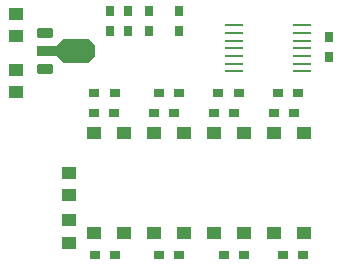
<source format=gbr>
G04 DipTrace 4.0.0.2*
G04 TopPaste.gbr*
%MOIN*%
G04 #@! TF.FileFunction,Paste,Top*
G04 #@! TF.Part,Single*
%AMOUTLINE2*
4,1,28,
-0.019427,0.015747,
0.019427,0.015749,
0.021204,0.015515,
0.02262,0.014928,
0.023836,0.013995,
0.02477,0.012779,
0.025356,0.011363,
0.02559,0.009585,
0.025591,-0.009584,
0.025357,-0.011361,
0.02477,-0.012778,
0.023837,-0.013994,
0.022621,-0.014927,
0.021205,-0.015513,
0.019427,-0.015747,
-0.019427,-0.015749,
-0.021204,-0.015515,
-0.02262,-0.014928,
-0.023836,-0.013995,
-0.02477,-0.012779,
-0.025356,-0.011363,
-0.02559,-0.009585,
-0.025591,0.009584,
-0.025357,0.011361,
-0.02477,0.012778,
-0.023837,0.013994,
-0.022621,0.014927,
-0.021205,0.015513,
-0.019427,0.015747,
0*%
%AMOUTLINE5*
4,1,10,
-0.096456,-0.015751,
-0.031833,-0.015749,
-0.008211,-0.03937,
0.075142,-0.039368,
0.096457,-0.018051,
0.096456,0.018057,
0.07514,0.039372,
-0.008213,0.03937,
-0.031834,0.015747,
-0.096457,0.015745,
-0.096456,-0.015751,
0*%
%AMOUTLINE8*
4,1,12,
-0.031496,-0.003679,
-0.031496,0.003679,
-0.031466,0.003907,
-0.031238,0.003937,
0.031238,0.003937,
0.031466,0.003907,
0.031496,0.003679,
0.031496,-0.003679,
0.031466,-0.003907,
0.031238,-0.003937,
-0.031238,-0.003937,
-0.031466,-0.003907,
-0.031496,-0.003679,
0*%
%ADD44R,0.035433X0.031496*%
%ADD46R,0.031496X0.035433*%
%ADD48R,0.051181X0.043307*%
%ADD53OUTLINE2*%
%ADD56OUTLINE5*%
%ADD59OUTLINE8*%
%FSLAX26Y26*%
G04*
G70*
G90*
G75*
G01*
G04 TopPaste*
%LPD*%
D48*
X531202Y1812550D3*
X531199Y1887353D3*
X531200Y1699852D3*
X531202Y1625049D3*
X708661Y1124016D3*
Y1198819D3*
D46*
X1574951Y1808415D3*
Y1741486D3*
D44*
X1058416Y1556201D3*
X991487D3*
X1258416D3*
X1191487D3*
X1458415D3*
X1391486D3*
X858415D3*
X791486D3*
D48*
X1491732Y1154420D3*
Y1489066D3*
X1391732Y1154420D3*
Y1489066D3*
X1291732Y1154420D3*
Y1489066D3*
X1191732Y1154420D3*
Y1489066D3*
X1091732Y1154420D3*
Y1489066D3*
X991732Y1154420D3*
Y1489066D3*
X891732Y1154420D3*
Y1489066D3*
X791732Y1154420D3*
Y1489066D3*
D53*
X629083Y1821503D3*
D56*
X699950Y1762450D3*
D53*
X629086Y1703393D3*
D44*
X794241Y1083534D3*
X861171D3*
X1009843Y1083533D3*
X1076772Y1083535D3*
X1226378Y1082946D3*
X1293307D3*
X1422293D3*
X1489222D3*
X860236Y1621121D3*
X793307D3*
X1076772D3*
X1009843D3*
X1273622D3*
X1206693D3*
X1470472D3*
X1403543D3*
D48*
X708661Y1281496D3*
Y1356299D3*
D46*
X843701Y1895916D3*
Y1828987D3*
X906201Y1895916D3*
Y1828987D3*
X974950Y1895916D3*
Y1828987D3*
X1074950Y1895916D3*
Y1828987D3*
D59*
X1257234Y1848425D3*
Y1822835D3*
Y1797244D3*
Y1771654D3*
Y1746063D3*
Y1720472D3*
X1257241Y1694882D3*
X1485580D3*
Y1720472D3*
Y1746063D3*
Y1771654D3*
Y1797244D3*
Y1822835D3*
Y1848425D3*
M02*

</source>
